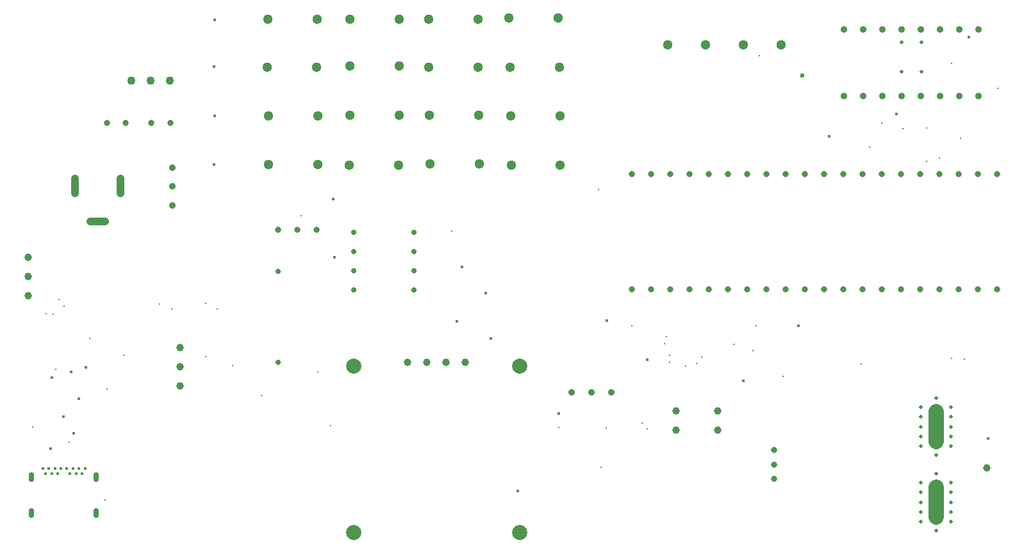
<source format=gbr>
%TF.GenerationSoftware,KiCad,Pcbnew,9.0.4*%
%TF.CreationDate,2026-01-15T21:37:39+03:30*%
%TF.ProjectId,Motor_Health_Monitoring_PCB,4d6f746f-725f-4486-9561-6c74685f4d6f,rev?*%
%TF.SameCoordinates,Original*%
%TF.FileFunction,Plated,1,4,PTH,Mixed*%
%TF.FilePolarity,Positive*%
%FSLAX46Y46*%
G04 Gerber Fmt 4.6, Leading zero omitted, Abs format (unit mm)*
G04 Created by KiCad (PCBNEW 9.0.4) date 2026-01-15 21:37:39*
%MOMM*%
%LPD*%
G01*
G04 APERTURE LIST*
%TA.AperFunction,ViaDrill*%
%ADD10C,0.300000*%
%TD*%
%TA.AperFunction,ViaDrill*%
%ADD11C,0.400000*%
%TD*%
%TA.AperFunction,ComponentDrill*%
%ADD12C,0.450000*%
%TD*%
%TA.AperFunction,ViaDrill*%
%ADD13C,0.500000*%
%TD*%
%TA.AperFunction,ComponentDrill*%
%ADD14C,0.500000*%
%TD*%
%TA.AperFunction,ViaDrill*%
%ADD15C,0.600000*%
%TD*%
G04 aperture for slot hole*
%TA.AperFunction,ComponentDrill*%
%ADD16C,0.650000*%
%TD*%
%TA.AperFunction,ComponentDrill*%
%ADD17C,0.700000*%
%TD*%
%TA.AperFunction,ComponentDrill*%
%ADD18C,0.740000*%
%TD*%
%TA.AperFunction,ComponentDrill*%
%ADD19C,0.800000*%
%TD*%
%TA.AperFunction,ComponentDrill*%
%ADD20C,0.900000*%
%TD*%
%TA.AperFunction,ViaDrill*%
%ADD21C,1.000000*%
%TD*%
%TA.AperFunction,ComponentDrill*%
%ADD22C,1.000000*%
%TD*%
G04 aperture for slot hole*
%TA.AperFunction,ComponentDrill*%
%ADD23C,1.000000*%
%TD*%
%TA.AperFunction,ComponentDrill*%
%ADD24C,1.100000*%
%TD*%
%TA.AperFunction,ComponentDrill*%
%ADD25C,1.300000*%
%TD*%
%TA.AperFunction,ComponentDrill*%
%ADD26C,2.000000*%
%TD*%
G04 aperture for slot hole*
%TA.AperFunction,ComponentDrill*%
%ADD27C,2.000000*%
%TD*%
G04 APERTURE END LIST*
D10*
X73560000Y-115240000D03*
X75307500Y-100210000D03*
X76291054Y-100356446D03*
X76577500Y-107650000D03*
X76997500Y-98430000D03*
X77667500Y-99220000D03*
X78367500Y-117290000D03*
X81117500Y-103560000D03*
X83107500Y-124870000D03*
X83337500Y-110240000D03*
X85577500Y-105790000D03*
X90348235Y-98969265D03*
X91907500Y-99680000D03*
X96387500Y-105920000D03*
X96397500Y-98910000D03*
X97907500Y-99640000D03*
X99977500Y-107110000D03*
X103787500Y-111130000D03*
X109027500Y-87330000D03*
X111227500Y-107940000D03*
X112937000Y-115070500D03*
X128927500Y-89320000D03*
X143047500Y-115360000D03*
X148336000Y-83820000D03*
X148637500Y-120600000D03*
X149347500Y-115400000D03*
X152687500Y-101820000D03*
X154077500Y-114700000D03*
X154727500Y-115490000D03*
X157046765Y-104240735D03*
X157257500Y-103340000D03*
X157727500Y-105770000D03*
X157727500Y-106660000D03*
X159827500Y-107190000D03*
X161227500Y-106890000D03*
X161927120Y-106009620D03*
X166147500Y-104350000D03*
X168687500Y-105150000D03*
X169117500Y-101850000D03*
X169587500Y-66130000D03*
X172667500Y-108550000D03*
X182987500Y-106950000D03*
X184127500Y-78200000D03*
X185697500Y-74990000D03*
X188527500Y-75761000D03*
X191632475Y-75724975D03*
X191667500Y-80070000D03*
X193377500Y-79710000D03*
X194927500Y-67110000D03*
X194937500Y-106190000D03*
X196137500Y-77020000D03*
X196617500Y-106230000D03*
X201047500Y-70440000D03*
D11*
X75880775Y-118136725D03*
X76097500Y-108690000D03*
X77637500Y-113920000D03*
X78597500Y-107980000D03*
X78987500Y-116060000D03*
X79667500Y-111490000D03*
X80567500Y-107330000D03*
X97497500Y-67590000D03*
X97497500Y-80560000D03*
X97587500Y-74100000D03*
X97597500Y-61420000D03*
X113240000Y-85130000D03*
X113430000Y-92760000D03*
X129557500Y-101310000D03*
X130257500Y-94100000D03*
X133417500Y-97580000D03*
X134057500Y-103540000D03*
X137677500Y-123707000D03*
X143037500Y-113480000D03*
X149387500Y-101210000D03*
X154767500Y-106310000D03*
X167417500Y-109150000D03*
X174687500Y-101880000D03*
X178810000Y-76760000D03*
X187657500Y-73860000D03*
X197277500Y-63670000D03*
X199810000Y-116780000D03*
D12*
%TO.C,J2*%
X74870750Y-120734500D03*
X75270750Y-121444500D03*
X75670750Y-120734500D03*
X76070750Y-121444500D03*
X76470750Y-120734500D03*
X76870750Y-121444500D03*
X77270750Y-120734500D03*
X78070750Y-120734500D03*
X78470750Y-121444500D03*
X78870750Y-120734500D03*
X79270750Y-121444500D03*
X79670750Y-120734500D03*
X80070750Y-121444500D03*
X80470750Y-120734500D03*
%TD*%
D13*
X188347500Y-64370000D03*
X188387500Y-68250000D03*
X190957500Y-64350000D03*
X190997500Y-68260000D03*
D14*
%TO.C,U8*%
X190886500Y-112607000D03*
X190886500Y-113907000D03*
X190886500Y-115207000D03*
X190886500Y-116507000D03*
X190886500Y-117807000D03*
X190886500Y-122607000D03*
X190886500Y-123907000D03*
X190886500Y-125207000D03*
X190886500Y-126507000D03*
X190886500Y-127807000D03*
X192886500Y-111457000D03*
X192886500Y-118957000D03*
X192886500Y-121457000D03*
X192886500Y-128957000D03*
X194886500Y-112607000D03*
X194886500Y-113907000D03*
X194886500Y-115207000D03*
X194886500Y-116507000D03*
X194886500Y-117807000D03*
X194886500Y-122607000D03*
X194886500Y-123907000D03*
X194886500Y-125207000D03*
X194886500Y-126507000D03*
X194886500Y-127807000D03*
%TD*%
D15*
X175267500Y-68790000D03*
D16*
%TO.C,J2*%
X73400750Y-122184500D02*
X73400750Y-121584500D01*
X73400750Y-126914500D02*
X73400750Y-126314500D01*
X81940750Y-122184500D02*
X81940750Y-121584500D01*
X81940750Y-126914500D02*
X81940750Y-126314500D01*
D17*
%TO.C,X1*%
X105956500Y-94655000D03*
X105956500Y-106655000D03*
D18*
%TO.C,U13*%
X115968500Y-89473000D03*
X115968500Y-92013000D03*
X115968500Y-94553000D03*
X115968500Y-97093000D03*
X123908500Y-89473000D03*
X123908500Y-92013000D03*
X123908500Y-94553000D03*
X123908500Y-97093000D03*
D19*
%TO.C,C10*%
X83351500Y-75063500D03*
X85851500Y-75063500D03*
%TO.C,C8*%
X89233500Y-75063500D03*
X91733500Y-75063500D03*
%TO.C,RV1*%
X105956500Y-89135000D03*
X108496500Y-89135000D03*
X111036500Y-89135000D03*
%TO.C,U6*%
X152697500Y-81800000D03*
X152697500Y-97040000D03*
X155237500Y-81800000D03*
X155237500Y-97040000D03*
X157777500Y-81800000D03*
X157777500Y-97040000D03*
X160317500Y-81800000D03*
X160317500Y-97040000D03*
X162857500Y-81800000D03*
X162857500Y-97040000D03*
X165397500Y-81800000D03*
X165397500Y-97040000D03*
X167937500Y-81800000D03*
X167937500Y-97040000D03*
X170477500Y-81800000D03*
X170477500Y-97040000D03*
%TO.C,U8*%
X171486500Y-118297000D03*
X171486500Y-120207000D03*
X171486500Y-122117000D03*
%TO.C,U6*%
X173017500Y-81800000D03*
X173017500Y-97040000D03*
X175557500Y-81800000D03*
X175557500Y-97040000D03*
X178097500Y-81800000D03*
X178097500Y-97040000D03*
X180637500Y-81800000D03*
X180637500Y-97040000D03*
X183177500Y-81800000D03*
X183177500Y-97040000D03*
X185717500Y-81800000D03*
X185717500Y-97040000D03*
X188257500Y-81800000D03*
X188257500Y-97040000D03*
X190797500Y-81800000D03*
X190797500Y-97040000D03*
X193337500Y-81800000D03*
X193337500Y-97040000D03*
X195877500Y-81800000D03*
X195877500Y-97040000D03*
X198417500Y-81800000D03*
X198417500Y-97040000D03*
X200957500Y-81800000D03*
X200957500Y-97040000D03*
D20*
%TO.C,S1*%
X91967500Y-80938500D03*
X91967500Y-83438500D03*
X91967500Y-85938500D03*
%TO.C,U9*%
X144760000Y-110650000D03*
X147360000Y-110650000D03*
X149960000Y-110650000D03*
%TO.C,U5*%
X180771500Y-62635500D03*
X180771500Y-71435500D03*
X183311500Y-62635500D03*
X183311500Y-71435500D03*
X185851500Y-62635500D03*
X185851500Y-71435500D03*
X188391500Y-62635500D03*
X188391500Y-71435500D03*
X190931500Y-62635500D03*
X190931500Y-71435500D03*
X193471500Y-62635500D03*
X193471500Y-71435500D03*
X196011500Y-62635500D03*
X196011500Y-71435500D03*
X198551500Y-62635500D03*
X198551500Y-71435500D03*
%TD*%
D21*
X199597500Y-120670000D03*
D22*
%TO.C,J4*%
X72948500Y-92775000D03*
X72948500Y-95315000D03*
X72948500Y-97855000D03*
D23*
%TO.C,J1*%
X79140500Y-84377000D02*
X79140500Y-82377000D01*
X83140500Y-88077000D02*
X81140500Y-88077000D01*
X85140500Y-84377000D02*
X85140500Y-82377000D01*
D22*
%TO.C,U2*%
X93014500Y-104713000D03*
X93014500Y-107253000D03*
X93014500Y-109793000D03*
%TO.C,U7*%
X123113500Y-106675000D03*
X125653500Y-106675000D03*
X128193500Y-106675000D03*
X130733500Y-106675000D03*
%TO.C,U10*%
X158590500Y-113095000D03*
X158590500Y-115635000D03*
X164090500Y-113095000D03*
X164090500Y-115635000D03*
D24*
%TO.C,U4*%
X86613500Y-69475500D03*
X89153500Y-69475500D03*
X91693500Y-69475500D03*
D25*
%TO.C,SW15*%
X104571500Y-67629000D03*
%TO.C,SW16*%
X104646500Y-61279000D03*
%TO.C,SW14*%
X104698500Y-74106000D03*
%TO.C,SW13*%
X104698500Y-80521000D03*
%TO.C,SW15*%
X111071500Y-67629000D03*
%TO.C,SW16*%
X111146500Y-61279000D03*
%TO.C,SW14*%
X111198500Y-74106000D03*
%TO.C,SW13*%
X111198500Y-80521000D03*
%TO.C,SW9*%
X115366500Y-80583000D03*
%TO.C,SW12*%
X115441500Y-61279000D03*
%TO.C,SW11*%
X115493500Y-67502000D03*
%TO.C,SW10*%
X115493500Y-73979000D03*
%TO.C,SW9*%
X121866500Y-80583000D03*
%TO.C,SW12*%
X121941500Y-61279000D03*
%TO.C,SW11*%
X121993500Y-67502000D03*
%TO.C,SW10*%
X121993500Y-73979000D03*
%TO.C,SW8*%
X125855500Y-61279000D03*
%TO.C,SW7*%
X125907500Y-67629000D03*
%TO.C,SW6*%
X125959500Y-73979000D03*
%TO.C,SW5*%
X126034500Y-80456000D03*
%TO.C,SW8*%
X132355500Y-61279000D03*
%TO.C,SW7*%
X132407500Y-67629000D03*
%TO.C,SW6*%
X132459500Y-73979000D03*
%TO.C,SW5*%
X132534500Y-80456000D03*
%TO.C,SW4*%
X136448500Y-61152000D03*
%TO.C,SW3*%
X136627500Y-67629000D03*
%TO.C,SW2*%
X136702500Y-74106000D03*
%TO.C,SW1*%
X136754500Y-80583000D03*
%TO.C,SW4*%
X142948500Y-61152000D03*
%TO.C,SW3*%
X143127500Y-67629000D03*
%TO.C,SW2*%
X143202500Y-74106000D03*
%TO.C,SW1*%
X143254500Y-80583000D03*
%TO.C,J3*%
X157407500Y-64662500D03*
X162407500Y-64662500D03*
X167407500Y-64662500D03*
X172407500Y-64662500D03*
D26*
%TO.C,U7*%
X115923500Y-107175000D03*
X115923500Y-129175000D03*
X137923500Y-107175000D03*
X137923500Y-129175000D03*
D27*
%TO.C,U8*%
X192886500Y-117207000D02*
X192886500Y-113207000D01*
X192886500Y-127207000D02*
X192886500Y-123207000D01*
M02*

</source>
